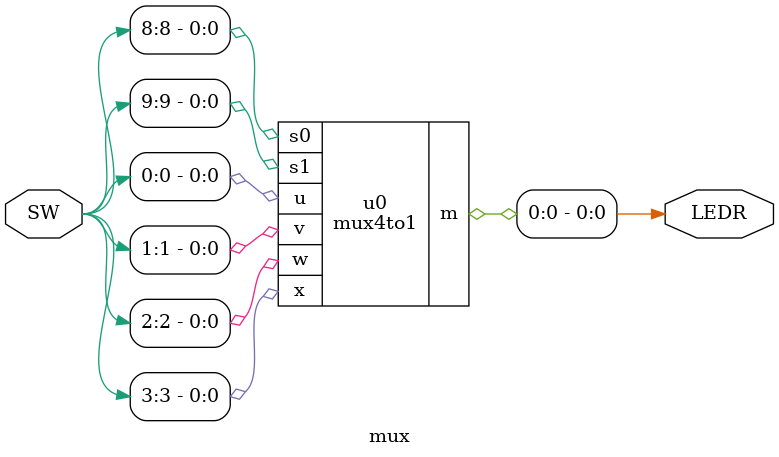
<source format=v>
module mux2to1(x, y, s, m);
	input x; input y; input s; output m;
	assign m = s ? y : x;
endmodule

module mux4to1(u, v, w, x, s0, s1, m);
	input u; input v; input w; input x; input s0; input s1; output m;
	wire f, d;
	mux2to1 mux1(u, v, s0, f);
	mux2to1 mux2(w, x, s0, d);
	mux2to1 mux3(f, d, s1, m);
endmodule

module mux(LEDR, SW);
	input [9:0] SW;
	output [9:0] LEDR;
	
	mux4to1 u0(
			.u(SW[0]),
			.v(SW[1]),
			.w(SW[2]),
			.x(SW[3]),
			.s0(SW[8]),
			.s1(SW[9]),
			.m(LEDR[0])
			);
endmodule

</source>
